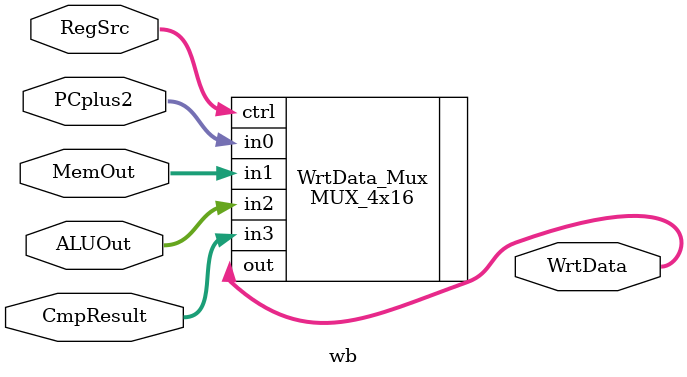
<source format=v>
/*
   CS/ECE 552 Spring '22
  
   Filename        : wb.v
   Description     : This is the module for the overall Write Back stage of the processor.
*/
`include "MUX_4x16.v"
`default_nettype none
module wb (
    input wire [1:0] RegSrc,
    input wire [15:0] PCplus2,
    input wire [15:0] MemOut,
    input wire [15:0] ALUOut,
    input wire [15:0] CmpResult,
    output wire [15:0] WrtData
);
    MUX_4x16 WrtData_Mux(.out(WrtData), .in0(PCplus2), .in1(MemOut),
        .in2(ALUOut), .in3(CmpResult), .ctrl(RegSrc));
endmodule
`default_nettype wire

</source>
